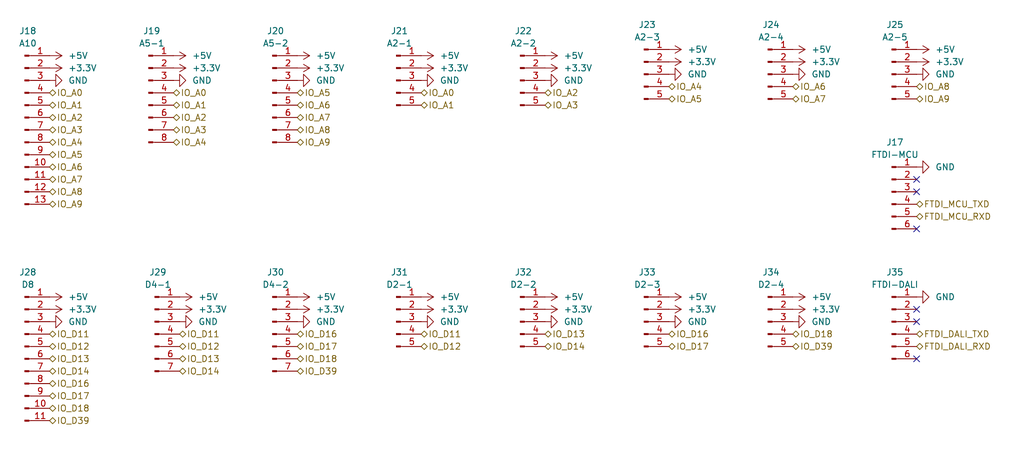
<source format=kicad_sch>
(kicad_sch (version 20250114) (generator "eeschema") (generator_version "9.0")
  (paper "User" 210 95)
  (lib_symbols
    (symbol "Connector:Conn_01x05_Pin" (pin_names (offset 1.016) (hide yes))
      (property "Reference" "J" (at 0 7.62 0))
      (property "Value" "Conn_01x05_Pin" (at 0 -7.62 0))
      (symbol "Conn_01x05_Pin_1_1"
        (rectangle (start 0.8636 5.207) (end 0 4.953) (stroke (width 0.1524)) (fill (type outline)))
        (rectangle (start 0.8636 2.667) (end 0 2.413) (stroke (width 0.1524)) (fill (type outline)))
        (rectangle (start 0.8636 0.127) (end 0 -0.127) (stroke (width 0.1524)) (fill (type outline)))
        (rectangle (start 0.8636 -2.413) (end 0 -2.667) (stroke (width 0.1524)) (fill (type outline)))
        (rectangle (start 0.8636 -4.953) (end 0 -5.207) (stroke (width 0.1524)) (fill (type outline)))
        (polyline (pts (xy 1.27 5.08) (xy 0.8636 5.08)) (stroke (width 0.1524)))
        (polyline (pts (xy 1.27 2.54) (xy 0.8636 2.54)) (stroke (width 0.1524)))
        (polyline (pts (xy 1.27 0) (xy 0.8636 0)) (stroke (width 0.1524)))
        (polyline (pts (xy 1.27 -2.54) (xy 0.8636 -2.54)) (stroke (width 0.1524)))
        (polyline (pts (xy 1.27 -5.08) (xy 0.8636 -5.08)) (stroke (width 0.1524)))
        (pin passive line (at 5.08 5.08 180) (length 3.81) (name "Pin_1") (number "1"))
        (pin passive line (at 5.08 2.54 180) (length 3.81) (name "Pin_2") (number "2"))
        (pin passive line (at 5.08 0 180) (length 3.81) (name "Pin_3") (number "3"))
        (pin passive line (at 5.08 -2.54 180) (length 3.81) (name "Pin_4") (number "4"))
        (pin passive line (at 5.08 -5.08 180) (length 3.81) (name "Pin_5") (number "5"))
      )
    )
    (symbol "Connector:Conn_01x06_Pin" (pin_names (offset 1.016) (hide yes))
      (property "Reference" "J" (at 0 7.62 0))
      (property "Value" "Conn_01x06_Pin" (at 0 -10.16 0))
      (symbol "Conn_01x06_Pin_1_1"
        (rectangle (start 0.8636 5.207) (end 0 4.953) (stroke (width 0.1524)) (fill (type outline)))
        (rectangle (start 0.8636 2.667) (end 0 2.413) (stroke (width 0.1524)) (fill (type outline)))
        (rectangle (start 0.8636 0.127) (end 0 -0.127) (stroke (width 0.1524)) (fill (type outline)))
        (rectangle (start 0.8636 -2.413) (end 0 -2.667) (stroke (width 0.1524)) (fill (type outline)))
        (rectangle (start 0.8636 -4.953) (end 0 -5.207) (stroke (width 0.1524)) (fill (type outline)))
        (rectangle (start 0.8636 -7.493) (end 0 -7.747) (stroke (width 0.1524)) (fill (type outline)))
        (polyline (pts (xy 1.27 5.08) (xy 0.8636 5.08)) (stroke (width 0.1524)))
        (polyline (pts (xy 1.27 2.54) (xy 0.8636 2.54)) (stroke (width 0.1524)))
        (polyline (pts (xy 1.27 0) (xy 0.8636 0)) (stroke (width 0.1524)))
        (polyline (pts (xy 1.27 -2.54) (xy 0.8636 -2.54)) (stroke (width 0.1524)))
        (polyline (pts (xy 1.27 -5.08) (xy 0.8636 -5.08)) (stroke (width 0.1524)))
        (polyline (pts (xy 1.27 -7.62) (xy 0.8636 -7.62)) (stroke (width 0.1524)))
        (pin passive line (at 5.08 5.08 180) (length 3.81) (name "Pin_1") (number "1"))
        (pin passive line (at 5.08 2.54 180) (length 3.81) (name "Pin_2") (number "2"))
        (pin passive line (at 5.08 0 180) (length 3.81) (name "Pin_3") (number "3"))
        (pin passive line (at 5.08 -2.54 180) (length 3.81) (name "Pin_4") (number "4"))
        (pin passive line (at 5.08 -5.08 180) (length 3.81) (name "Pin_5") (number "5"))
        (pin passive line (at 5.08 -7.62 180) (length 3.81) (name "Pin_6") (number "6"))
      )
    )
    (symbol "Connector:Conn_01x07_Pin" (pin_names (offset 1.016) (hide yes))
      (property "Reference" "J" (at 0 10.16 0))
      (property "Value" "Conn_01x07_Pin" (at 0 -10.16 0))
      (symbol "Conn_01x07_Pin_1_1"
        (rectangle (start 0.8636 7.747) (end 0 7.493) (stroke (width 0.1524)) (fill (type outline)))
        (rectangle (start 0.8636 5.207) (end 0 4.953) (stroke (width 0.1524)) (fill (type outline)))
        (rectangle (start 0.8636 2.667) (end 0 2.413) (stroke (width 0.1524)) (fill (type outline)))
        (rectangle (start 0.8636 0.127) (end 0 -0.127) (stroke (width 0.1524)) (fill (type outline)))
        (rectangle (start 0.8636 -2.413) (end 0 -2.667) (stroke (width 0.1524)) (fill (type outline)))
        (rectangle (start 0.8636 -4.953) (end 0 -5.207) (stroke (width 0.1524)) (fill (type outline)))
        (rectangle (start 0.8636 -7.493) (end 0 -7.747) (stroke (width 0.1524)) (fill (type outline)))
        (polyline (pts (xy 1.27 7.62) (xy 0.8636 7.62)) (stroke (width 0.1524)))
        (polyline (pts (xy 1.27 5.08) (xy 0.8636 5.08)) (stroke (width 0.1524)))
        (polyline (pts (xy 1.27 2.54) (xy 0.8636 2.54)) (stroke (width 0.1524)))
        (polyline (pts (xy 1.27 0) (xy 0.8636 0)) (stroke (width 0.1524)))
        (polyline (pts (xy 1.27 -2.54) (xy 0.8636 -2.54)) (stroke (width 0.1524)))
        (polyline (pts (xy 1.27 -5.08) (xy 0.8636 -5.08)) (stroke (width 0.1524)))
        (polyline (pts (xy 1.27 -7.62) (xy 0.8636 -7.62)) (stroke (width 0.1524)))
        (pin passive line (at 5.08 7.62 180) (length 3.81) (name "Pin_1") (number "1"))
        (pin passive line (at 5.08 5.08 180) (length 3.81) (name "Pin_2") (number "2"))
        (pin passive line (at 5.08 2.54 180) (length 3.81) (name "Pin_3") (number "3"))
        (pin passive line (at 5.08 0 180) (length 3.81) (name "Pin_4") (number "4"))
        (pin passive line (at 5.08 -2.54 180) (length 3.81) (name "Pin_5") (number "5"))
        (pin passive line (at 5.08 -5.08 180) (length 3.81) (name "Pin_6") (number "6"))
        (pin passive line (at 5.08 -7.62 180) (length 3.81) (name "Pin_7") (number "7"))
      )
    )
    (symbol "Connector:Conn_01x08_Pin" (pin_names (offset 1.016) (hide yes))
      (property "Reference" "J" (at 0 10.16 0))
      (property "Value" "Conn_01x08_Pin" (at 0 -12.7 0))
      (symbol "Conn_01x08_Pin_1_1"
        (rectangle (start 0.8636 7.747) (end 0 7.493) (stroke (width 0.1524)) (fill (type outline)))
        (rectangle (start 0.8636 5.207) (end 0 4.953) (stroke (width 0.1524)) (fill (type outline)))
        (rectangle (start 0.8636 2.667) (end 0 2.413) (stroke (width 0.1524)) (fill (type outline)))
        (rectangle (start 0.8636 0.127) (end 0 -0.127) (stroke (width 0.1524)) (fill (type outline)))
        (rectangle (start 0.8636 -2.413) (end 0 -2.667) (stroke (width 0.1524)) (fill (type outline)))
        (rectangle (start 0.8636 -4.953) (end 0 -5.207) (stroke (width 0.1524)) (fill (type outline)))
        (rectangle (start 0.8636 -7.493) (end 0 -7.747) (stroke (width 0.1524)) (fill (type outline)))
        (rectangle (start 0.8636 -10.033) (end 0 -10.287) (stroke (width 0.1524)) (fill (type outline)))
        (polyline (pts (xy 1.27 7.62) (xy 0.8636 7.62)) (stroke (width 0.1524)))
        (polyline (pts (xy 1.27 5.08) (xy 0.8636 5.08)) (stroke (width 0.1524)))
        (polyline (pts (xy 1.27 2.54) (xy 0.8636 2.54)) (stroke (width 0.1524)))
        (polyline (pts (xy 1.27 0) (xy 0.8636 0)) (stroke (width 0.1524)))
        (polyline (pts (xy 1.27 -2.54) (xy 0.8636 -2.54)) (stroke (width 0.1524)))
        (polyline (pts (xy 1.27 -5.08) (xy 0.8636 -5.08)) (stroke (width 0.1524)))
        (polyline (pts (xy 1.27 -7.62) (xy 0.8636 -7.62)) (stroke (width 0.1524)))
        (polyline (pts (xy 1.27 -10.16) (xy 0.8636 -10.16)) (stroke (width 0.1524)))
        (pin passive line (at 5.08 7.62 180) (length 3.81) (name "Pin_1") (number "1"))
        (pin passive line (at 5.08 5.08 180) (length 3.81) (name "Pin_2") (number "2"))
        (pin passive line (at 5.08 2.54 180) (length 3.81) (name "Pin_3") (number "3"))
        (pin passive line (at 5.08 0 180) (length 3.81) (name "Pin_4") (number "4"))
        (pin passive line (at 5.08 -2.54 180) (length 3.81) (name "Pin_5") (number "5"))
        (pin passive line (at 5.08 -5.08 180) (length 3.81) (name "Pin_6") (number "6"))
        (pin passive line (at 5.08 -7.62 180) (length 3.81) (name "Pin_7") (number "7"))
        (pin passive line (at 5.08 -10.16 180) (length 3.81) (name "Pin_8") (number "8"))
      )
    )
    (symbol "Connector:Conn_01x11_Pin" (pin_names (offset 1.016) (hide yes))
      (property "Reference" "J" (at 0 15.24 0))
      (property "Value" "Conn_01x11_Pin" (at 0 -15.24 0))
      (symbol "Conn_01x11_Pin_1_1"
        (rectangle (start 0.8636 12.827) (end 0 12.573) (stroke (width 0.1524)) (fill (type outline)))
        (rectangle (start 0.8636 10.287) (end 0 10.033) (stroke (width 0.1524)) (fill (type outline)))
        (rectangle (start 0.8636 7.747) (end 0 7.493) (stroke (width 0.1524)) (fill (type outline)))
        (rectangle (start 0.8636 5.207) (end 0 4.953) (stroke (width 0.1524)) (fill (type outline)))
        (rectangle (start 0.8636 2.667) (end 0 2.413) (stroke (width 0.1524)) (fill (type outline)))
        (rectangle (start 0.8636 0.127) (end 0 -0.127) (stroke (width 0.1524)) (fill (type outline)))
        (rectangle (start 0.8636 -2.413) (end 0 -2.667) (stroke (width 0.1524)) (fill (type outline)))
        (rectangle (start 0.8636 -4.953) (end 0 -5.207) (stroke (width 0.1524)) (fill (type outline)))
        (rectangle (start 0.8636 -7.493) (end 0 -7.747) (stroke (width 0.1524)) (fill (type outline)))
        (rectangle (start 0.8636 -10.033) (end 0 -10.287) (stroke (width 0.1524)) (fill (type outline)))
        (rectangle (start 0.8636 -12.573) (end 0 -12.827) (stroke (width 0.1524)) (fill (type outline)))
        (polyline (pts (xy 1.27 12.7) (xy 0.8636 12.7)) (stroke (width 0.1524)))
        (polyline (pts (xy 1.27 10.16) (xy 0.8636 10.16)) (stroke (width 0.1524)))
        (polyline (pts (xy 1.27 7.62) (xy 0.8636 7.62)) (stroke (width 0.1524)))
        (polyline (pts (xy 1.27 5.08) (xy 0.8636 5.08)) (stroke (width 0.1524)))
        (polyline (pts (xy 1.27 2.54) (xy 0.8636 2.54)) (stroke (width 0.1524)))
        (polyline (pts (xy 1.27 0) (xy 0.8636 0)) (stroke (width 0.1524)))
        (polyline (pts (xy 1.27 -2.54) (xy 0.8636 -2.54)) (stroke (width 0.1524)))
        (polyline (pts (xy 1.27 -5.08) (xy 0.8636 -5.08)) (stroke (width 0.1524)))
        (polyline (pts (xy 1.27 -7.62) (xy 0.8636 -7.62)) (stroke (width 0.1524)))
        (polyline (pts (xy 1.27 -10.16) (xy 0.8636 -10.16)) (stroke (width 0.1524)))
        (polyline (pts (xy 1.27 -12.7) (xy 0.8636 -12.7)) (stroke (width 0.1524)))
        (pin passive line (at 5.08 12.7 180) (length 3.81) (name "Pin_1") (number "1"))
        (pin passive line (at 5.08 10.16 180) (length 3.81) (name "Pin_2") (number "2"))
        (pin passive line (at 5.08 7.62 180) (length 3.81) (name "Pin_3") (number "3"))
        (pin passive line (at 5.08 5.08 180) (length 3.81) (name "Pin_4") (number "4"))
        (pin passive line (at 5.08 2.54 180) (length 3.81) (name "Pin_5") (number "5"))
        (pin passive line (at 5.08 0 180) (length 3.81) (name "Pin_6") (number "6"))
        (pin passive line (at 5.08 -2.54 180) (length 3.81) (name "Pin_7") (number "7"))
        (pin passive line (at 5.08 -5.08 180) (length 3.81) (name "Pin_8") (number "8"))
        (pin passive line (at 5.08 -7.62 180) (length 3.81) (name "Pin_9") (number "9"))
        (pin passive line (at 5.08 -10.16 180) (length 3.81) (name "Pin_10") (number "10"))
        (pin passive line (at 5.08 -12.7 180) (length 3.81) (name "Pin_11") (number "11"))
      )
    )
    (symbol "Connector:Conn_01x13_Pin" (pin_names (offset 1.016) (hide yes))
      (property "Reference" "J" (at 0 17.78 0))
      (property "Value" "Conn_01x13_Pin" (at 0 -17.78 0))
      (symbol "Conn_01x13_Pin_1_1"
        (rectangle (start 0.8636 15.367) (end 0 15.113) (stroke (width 0.1524)) (fill (type outline)))
        (rectangle (start 0.8636 12.827) (end 0 12.573) (stroke (width 0.1524)) (fill (type outline)))
        (rectangle (start 0.8636 10.287) (end 0 10.033) (stroke (width 0.1524)) (fill (type outline)))
        (rectangle (start 0.8636 7.747) (end 0 7.493) (stroke (width 0.1524)) (fill (type outline)))
        (rectangle (start 0.8636 5.207) (end 0 4.953) (stroke (width 0.1524)) (fill (type outline)))
        (rectangle (start 0.8636 2.667) (end 0 2.413) (stroke (width 0.1524)) (fill (type outline)))
        (rectangle (start 0.8636 0.127) (end 0 -0.127) (stroke (width 0.1524)) (fill (type outline)))
        (rectangle (start 0.8636 -2.413) (end 0 -2.667) (stroke (width 0.1524)) (fill (type outline)))
        (rectangle (start 0.8636 -4.953) (end 0 -5.207) (stroke (width 0.1524)) (fill (type outline)))
        (rectangle (start 0.8636 -7.493) (end 0 -7.747) (stroke (width 0.1524)) (fill (type outline)))
        (rectangle (start 0.8636 -10.033) (end 0 -10.287) (stroke (width 0.1524)) (fill (type outline)))
        (rectangle (start 0.8636 -12.573) (end 0 -12.827) (stroke (width 0.1524)) (fill (type outline)))
        (rectangle (start 0.8636 -15.113) (end 0 -15.367) (stroke (width 0.1524)) (fill (type outline)))
        (polyline (pts (xy 1.27 15.24) (xy 0.8636 15.24)) (stroke (width 0.1524)))
        (polyline (pts (xy 1.27 12.7) (xy 0.8636 12.7)) (stroke (width 0.1524)))
        (polyline (pts (xy 1.27 10.16) (xy 0.8636 10.16)) (stroke (width 0.1524)))
        (polyline (pts (xy 1.27 7.62) (xy 0.8636 7.62)) (stroke (width 0.1524)))
        (polyline (pts (xy 1.27 5.08) (xy 0.8636 5.08)) (stroke (width 0.1524)))
        (polyline (pts (xy 1.27 2.54) (xy 0.8636 2.54)) (stroke (width 0.1524)))
        (polyline (pts (xy 1.27 0) (xy 0.8636 0)) (stroke (width 0.1524)))
        (polyline (pts (xy 1.27 -2.54) (xy 0.8636 -2.54)) (stroke (width 0.1524)))
        (polyline (pts (xy 1.27 -5.08) (xy 0.8636 -5.08)) (stroke (width 0.1524)))
        (polyline (pts (xy 1.27 -7.62) (xy 0.8636 -7.62)) (stroke (width 0.1524)))
        (polyline (pts (xy 1.27 -10.16) (xy 0.8636 -10.16)) (stroke (width 0.1524)))
        (polyline (pts (xy 1.27 -12.7) (xy 0.8636 -12.7)) (stroke (width 0.1524)))
        (polyline (pts (xy 1.27 -15.24) (xy 0.8636 -15.24)) (stroke (width 0.1524)))
        (pin passive line (at 5.08 15.24 180) (length 3.81) (name "Pin_1") (number "1"))
        (pin passive line (at 5.08 12.7 180) (length 3.81) (name "Pin_2") (number "2"))
        (pin passive line (at 5.08 10.16 180) (length 3.81) (name "Pin_3") (number "3"))
        (pin passive line (at 5.08 7.62 180) (length 3.81) (name "Pin_4") (number "4"))
        (pin passive line (at 5.08 5.08 180) (length 3.81) (name "Pin_5") (number "5"))
        (pin passive line (at 5.08 2.54 180) (length 3.81) (name "Pin_6") (number "6"))
        (pin passive line (at 5.08 0 180) (length 3.81) (name "Pin_7") (number "7"))
        (pin passive line (at 5.08 -2.54 180) (length 3.81) (name "Pin_8") (number "8"))
        (pin passive line (at 5.08 -5.08 180) (length 3.81) (name "Pin_9") (number "9"))
        (pin passive line (at 5.08 -7.62 180) (length 3.81) (name "Pin_10") (number "10"))
        (pin passive line (at 5.08 -10.16 180) (length 3.81) (name "Pin_11") (number "11"))
        (pin passive line (at 5.08 -12.7 180) (length 3.81) (name "Pin_12") (number "12"))
        (pin passive line (at 5.08 -15.24 180) (length 3.81) (name "Pin_13") (number "13"))
      )
    )
    (symbol "power:+3.3V" (power) (pin_numbers (hide yes)) (pin_names (offset 0) (hide yes))
      (property "Value" "+3.3V" (at 0 3.556 0))
      (symbol "+3.3V_0_1"
        (polyline (pts (xy -0.762 1.27) (xy 0 2.54)))
        (polyline (pts (xy 0 2.54) (xy 0.762 1.27)))
        (polyline (pts (xy 0 0) (xy 0 2.54)))
      )
      (symbol "+3.3V_1_1"
        (pin power_in line (at 0 0 90) (length 0) (name "~") (number "1"))
      )
    )
    (symbol "power:+5V" (power) (pin_numbers (hide yes)) (pin_names (offset 0) (hide yes))
      (property "Value" "+5V" (at 0 3.556 0))
      (symbol "+5V_0_1"
        (polyline (pts (xy -0.762 1.27) (xy 0 2.54)))
        (polyline (pts (xy 0 2.54) (xy 0.762 1.27)))
        (polyline (pts (xy 0 0) (xy 0 2.54)))
      )
      (symbol "+5V_1_1"
        (pin power_in line (at 0 0 90) (length 0) (name "~") (number "1"))
      )
    )
    (symbol "power:GND" (power) (pin_numbers (hide yes)) (pin_names (offset 0) (hide yes))
      (property "Value" "GND" (at 0 -3.81 0))
      (symbol "GND_0_1"
        (polyline (pts (xy 0 0) (xy 0 -1.27) (xy 1.27 -1.27) (xy 0 -2.54) (xy -1.27 -1.27) (xy 0 -1.27)))
      )
      (symbol "GND_1_1"
        (pin power_in line (at 0 0 270) (length 0) (name "~") (number "1"))
      )
    )
  )
  (no_connect (at 187.96 73.66))
  (no_connect (at 187.96 39.37))
  (no_connect (at 187.96 36.83))
  (no_connect (at 187.96 63.5))
  (no_connect (at 187.96 46.99))
  (no_connect (at 187.96 66.04))
  (hierarchical_label "FTDI_DALI_TXD" (shape bidirectional) (at 187.96 68.58 0))
  (hierarchical_label "IO_A9" (shape bidirectional) (at 187.96 20.32 0))
  (hierarchical_label "IO_D13" (shape bidirectional) (at 111.76 68.58 0))
  (hierarchical_label "IO_A5" (shape bidirectional) (at 10.16 31.75 0))
  (hierarchical_label "IO_A6" (shape bidirectional) (at 162.56 17.78 0))
  (hierarchical_label "IO_A3" (shape bidirectional) (at 111.76 21.59 0))
  (hierarchical_label "IO_D17" (shape bidirectional) (at 10.16 81.28 0))
  (hierarchical_label "IO_A4" (shape bidirectional) (at 137.16 17.78 0))
  (hierarchical_label "IO_D18" (shape bidirectional) (at 10.16 83.82 0))
  (hierarchical_label "IO_D14" (shape bidirectional) (at 111.76 71.12 0))
  (hierarchical_label "IO_A0" (shape bidirectional) (at 35.56 19.05 0))
  (hierarchical_label "IO_D12" (shape bidirectional) (at 36.83 71.12 0))
  (hierarchical_label "FTDI_MCU_RXD" (shape bidirectional) (at 187.96 44.45 0))
  (hierarchical_label "IO_A8" (shape bidirectional) (at 10.16 39.37 0))
  (hierarchical_label "IO_D39" (shape bidirectional) (at 60.96 76.2 0))
  (hierarchical_label "IO_A7" (shape bidirectional) (at 10.16 36.83 0))
  (hierarchical_label "IO_A3" (shape bidirectional) (at 10.16 26.67 0))
  (hierarchical_label "IO_D16" (shape bidirectional) (at 10.16 78.74 0))
  (hierarchical_label "IO_D14" (shape bidirectional) (at 36.83 76.2 0))
  (hierarchical_label "IO_D39" (shape bidirectional) (at 10.16 86.36 0))
  (hierarchical_label "FTDI_DALI_RXD" (shape bidirectional) (at 187.96 71.12 0))
  (hierarchical_label "IO_A1" (shape bidirectional) (at 35.56 21.59 0))
  (hierarchical_label "IO_D11" (shape bidirectional) (at 86.36 68.58 0))
  (hierarchical_label "IO_A5" (shape bidirectional) (at 60.96 19.05 0))
  (hierarchical_label "IO_D17" (shape bidirectional) (at 137.16 71.12 0))
  (hierarchical_label "FTDI_MCU_TXD" (shape bidirectional) (at 187.96 41.91 0))
  (hierarchical_label "IO_D13" (shape bidirectional) (at 10.16 73.66 0))
  (hierarchical_label "IO_D17" (shape bidirectional) (at 60.96 71.12 0))
  (hierarchical_label "IO_D39" (shape bidirectional) (at 162.56 71.12 0))
  (hierarchical_label "IO_D12" (shape bidirectional) (at 86.36 71.12 0))
  (hierarchical_label "IO_D12" (shape bidirectional) (at 10.16 71.12 0))
  (hierarchical_label "IO_A8" (shape bidirectional) (at 187.96 17.78 0))
  (hierarchical_label "IO_A2" (shape bidirectional) (at 35.56 24.13 0))
  (hierarchical_label "IO_A5" (shape bidirectional) (at 137.16 20.32 0))
  (hierarchical_label "IO_D11" (shape bidirectional) (at 10.16 68.58 0))
  (hierarchical_label "IO_D16" (shape bidirectional) (at 137.16 68.58 0))
  (hierarchical_label "IO_A2" (shape bidirectional) (at 10.16 24.13 0))
  (hierarchical_label "IO_D11" (shape bidirectional) (at 36.83 68.58 0))
  (hierarchical_label "IO_A4" (shape bidirectional) (at 10.16 29.21 0))
  (hierarchical_label "IO_A2" (shape bidirectional) (at 111.76 19.05 0))
  (hierarchical_label "IO_A4" (shape bidirectional) (at 35.56 29.21 0))
  (hierarchical_label "IO_D18" (shape bidirectional) (at 162.56 68.58 0))
  (hierarchical_label "IO_A3" (shape bidirectional) (at 35.56 26.67 0))
  (hierarchical_label "IO_A6" (shape bidirectional) (at 10.16 34.29 0))
  (hierarchical_label "IO_D13" (shape bidirectional) (at 36.83 73.66 0))
  (hierarchical_label "IO_D18" (shape bidirectional) (at 60.96 73.66 0))
  (hierarchical_label "IO_A6" (shape bidirectional) (at 60.96 21.59 0))
  (hierarchical_label "IO_A9" (shape bidirectional) (at 10.16 41.91 0))
  (hierarchical_label "IO_D16" (shape bidirectional) (at 60.96 68.58 0))
  (hierarchical_label "IO_A9" (shape bidirectional) (at 60.96 29.21 0))
  (hierarchical_label "IO_A7" (shape bidirectional) (at 162.56 20.32 0))
  (hierarchical_label "IO_A0" (shape bidirectional) (at 10.16 19.05 0))
  (hierarchical_label "IO_A7" (shape bidirectional) (at 60.96 24.13 0))
  (hierarchical_label "IO_A8" (shape bidirectional) (at 60.96 26.67 0))
  (hierarchical_label "IO_A1" (shape bidirectional) (at 86.36 21.59 0))
  (hierarchical_label "IO_A0" (shape bidirectional) (at 86.36 19.05 0))
  (hierarchical_label "IO_D14" (shape bidirectional) (at 10.16 76.2 0))
  (hierarchical_label "IO_A1" (shape bidirectional) (at 10.16 21.59 0))
  (symbol (lib_id "power:GND") (at 36.83 66.04 90) (unit 1)
    (property "Reference" "#PWR067" (effects (hide yes)))
    (property "Value" "GND" (at 40.64 66.0399 90) (effects (justify right)))
    (property "Description" "Power symbol creates a global label with name \"GND\" , ground" (effects (hide yes)))
  )
  (symbol (lib_id "power:GND") (at 137.16 66.04 90) (unit 1)
    (property "Reference" "#PWR079" (effects (hide yes)))
    (property "Value" "GND" (at 140.97 66.0399 90) (effects (justify right)))
    (property "Description" "Power symbol creates a global label with name \"GND\" , ground" (effects (hide yes)))
  )
  (symbol (lib_id "power:GND") (at 187.96 60.96 90) (unit 1)
    (property "Reference" "#PWR083" (effects (hide yes)))
    (property "Value" "GND" (at 191.77 60.9599 90) (effects (justify right)))
    (property "Description" "Power symbol creates a global label with name \"GND\" , ground" (effects (hide yes)))
  )
  (symbol (lib_id "power:+5V") (at 86.36 60.96 270) (unit 1)
    (property "Reference" "#PWR071" (effects (hide yes)))
    (property "Value" "+5V" (at 90.17 60.9599 90) (effects (justify left)))
    (property "Description" "Power symbol creates a global label with name \"+5V\"" (effects (hide yes)))
  )
  (symbol (lib_id "power:GND") (at 86.36 16.51 90) (unit 1)
    (property "Reference" "#PWR049" (effects (hide yes)))
    (property "Value" "GND" (at 90.17 16.5099 90) (effects (justify right)))
    (property "Description" "Power symbol creates a global label with name \"GND\" , ground" (effects (hide yes)))
  )
  (symbol (lib_id "power:GND") (at 187.96 34.29 90) (unit 1)
    (property "Reference" "#PWR037" (effects (hide yes)))
    (property "Value" "GND" (at 191.77 34.2899 90) (effects (justify right)))
    (property "Description" "Power symbol creates a global label with name \"GND\" , ground" (effects (hide yes)))
  )
  (symbol (lib_id "power:+3.3V") (at 162.56 63.5 270) (unit 1)
    (property "Reference" "#PWR081" (effects (hide yes)))
    (property "Value" "+3.3V" (at 166.37 63.4999 90) (effects (justify left)))
    (property "Description" "Power symbol creates a global label with name \"+3.3V\"" (effects (hide yes)))
  )
  (symbol (lib_id "Connector:Conn_01x05_Pin") (at 157.48 15.24 0) (unit 1)
    (property "Reference" "J24" (at 158.115 5.08 0))
    (property "Value" "A2-4" (at 158.115 7.62 0))
    (property "Description" "Generic connector, single row, 01x05, script generated" (effects (hide yes)))
  )
  (symbol (lib_id "power:+3.3V") (at 111.76 63.5 270) (unit 1)
    (property "Reference" "#PWR075" (effects (hide yes)))
    (property "Value" "+3.3V" (at 115.57 63.4999 90) (effects (justify left)))
    (property "Description" "Power symbol creates a global label with name \"+3.3V\"" (effects (hide yes)))
  )
  (symbol (lib_id "power:+3.3V") (at 60.96 63.5 270) (unit 1)
    (property "Reference" "#PWR069" (effects (hide yes)))
    (property "Value" "+3.3V" (at 64.77 63.4999 90) (effects (justify left)))
    (property "Description" "Power symbol creates a global label with name \"+3.3V\"" (effects (hide yes)))
  )
  (symbol (lib_id "power:+3.3V") (at 111.76 13.97 270) (unit 1)
    (property "Reference" "#PWR051" (effects (hide yes)))
    (property "Value" "+3.3V" (at 115.57 13.9699 90) (effects (justify left)))
    (property "Description" "Power symbol creates a global label with name \"+3.3V\"" (effects (hide yes)))
  )
  (symbol (lib_id "power:+5V") (at 10.16 11.43 270) (unit 1)
    (property "Reference" "#PWR039" (effects (hide yes)))
    (property "Value" "+5V" (at 13.97 11.4299 90) (effects (justify left)))
    (property "Description" "Power symbol creates a global label with name \"+5V\"" (effects (hide yes)))
  )
  (symbol (lib_id "power:+3.3V") (at 137.16 12.7 270) (unit 1)
    (property "Reference" "#PWR054" (effects (hide yes)))
    (property "Value" "+3.3V" (at 140.97 12.6999 90) (effects (justify left)))
    (property "Description" "Power symbol creates a global label with name \"+3.3V\"" (effects (hide yes)))
  )
  (symbol (lib_id "power:+3.3V") (at 162.56 12.7 270) (unit 1)
    (property "Reference" "#PWR057" (effects (hide yes)))
    (property "Value" "+3.3V" (at 166.37 12.6999 90) (effects (justify left)))
    (property "Description" "Power symbol creates a global label with name \"+3.3V\"" (effects (hide yes)))
  )
  (symbol (lib_id "Connector:Conn_01x05_Pin") (at 81.28 66.04 0) (unit 1)
    (property "Reference" "J31" (at 81.915 55.88 0))
    (property "Value" "D2-1" (at 81.915 58.42 0))
    (property "Description" "Generic connector, single row, 01x05, script generated" (effects (hide yes)))
  )
  (symbol (lib_id "Connector:Conn_01x05_Pin") (at 106.68 66.04 0) (unit 1)
    (property "Reference" "J32" (at 107.315 55.88 0))
    (property "Value" "D2-2" (at 107.315 58.42 0))
    (property "Description" "Generic connector, single row, 01x05, script generated" (effects (hide yes)))
  )
  (symbol (lib_id "Connector:Conn_01x05_Pin") (at 81.28 16.51 0) (unit 1)
    (property "Reference" "J21" (at 81.915 6.35 0))
    (property "Value" "A2-1" (at 81.915 8.89 0))
    (property "Description" "Generic connector, single row, 01x05, script generated" (effects (hide yes)))
  )
  (symbol (lib_id "power:+5V") (at 137.16 10.16 270) (unit 1)
    (property "Reference" "#PWR053" (effects (hide yes)))
    (property "Value" "+5V" (at 140.97 10.1599 90) (effects (justify left)))
    (property "Description" "Power symbol creates a global label with name \"+5V\"" (effects (hide yes)))
  )
  (symbol (lib_id "power:+5V") (at 187.96 10.16 270) (unit 1)
    (property "Reference" "#PWR059" (effects (hide yes)))
    (property "Value" "+5V" (at 191.77 10.1599 90) (effects (justify left)))
    (property "Description" "Power symbol creates a global label with name \"+5V\"" (effects (hide yes)))
  )
  (symbol (lib_id "power:+5V") (at 86.36 11.43 270) (unit 1)
    (property "Reference" "#PWR047" (effects (hide yes)))
    (property "Value" "+5V" (at 90.17 11.4299 90) (effects (justify left)))
    (property "Description" "Power symbol creates a global label with name \"+5V\"" (effects (hide yes)))
  )
  (symbol (lib_id "Connector:Conn_01x05_Pin") (at 106.68 16.51 0) (unit 1)
    (property "Reference" "J22" (at 107.315 6.35 0))
    (property "Value" "A2-2" (at 107.315 8.89 0))
    (property "Description" "Generic connector, single row, 01x05, script generated" (effects (hide yes)))
  )
  (symbol (lib_id "Connector:Conn_01x13_Pin") (at 5.08 26.67 0) (unit 1)
    (property "Reference" "J18" (at 5.715 6.35 0))
    (property "Value" "A10" (at 5.715 8.89 0))
    (property "Description" "Generic connector, single row, 01x13, script generated" (effects (hide yes)))
  )
  (symbol (lib_id "power:+3.3V") (at 86.36 13.97 270) (unit 1)
    (property "Reference" "#PWR048" (effects (hide yes)))
    (property "Value" "+3.3V" (at 90.17 13.9699 90) (effects (justify left)))
    (property "Description" "Power symbol creates a global label with name \"+3.3V\"" (effects (hide yes)))
  )
  (symbol (lib_id "power:GND") (at 35.56 16.51 90) (unit 1)
    (property "Reference" "#PWR043" (effects (hide yes)))
    (property "Value" "GND" (at 39.37 16.5099 90) (effects (justify right)))
    (property "Description" "Power symbol creates a global label with name \"GND\" , ground" (effects (hide yes)))
  )
  (symbol (lib_id "power:+5V") (at 111.76 11.43 270) (unit 1)
    (property "Reference" "#PWR050" (effects (hide yes)))
    (property "Value" "+5V" (at 115.57 11.4299 90) (effects (justify left)))
    (property "Description" "Power symbol creates a global label with name \"+5V\"" (effects (hide yes)))
  )
  (symbol (lib_id "power:+3.3V") (at 10.16 63.5 270) (unit 1)
    (property "Reference" "#PWR063" (effects (hide yes)))
    (property "Value" "+3.3V" (at 13.97 63.4999 90) (effects (justify left)))
    (property "Description" "Power symbol creates a global label with name \"+3.3V\"" (effects (hide yes)))
  )
  (symbol (lib_id "Connector:Conn_01x05_Pin") (at 182.88 15.24 0) (unit 1)
    (property "Reference" "J25" (at 183.515 5.08 0))
    (property "Value" "A2-5" (at 183.515 7.62 0))
    (property "Description" "Generic connector, single row, 01x05, script generated" (effects (hide yes)))
  )
  (symbol (lib_id "power:+5V") (at 60.96 11.43 270) (unit 1)
    (property "Reference" "#PWR044" (effects (hide yes)))
    (property "Value" "+5V" (at 64.77 11.4299 90) (effects (justify left)))
    (property "Description" "Power symbol creates a global label with name \"+5V\"" (effects (hide yes)))
  )
  (symbol (lib_id "power:+5V") (at 60.96 60.96 270) (unit 1)
    (property "Reference" "#PWR068" (effects (hide yes)))
    (property "Value" "+5V" (at 64.77 60.9599 90) (effects (justify left)))
    (property "Description" "Power symbol creates a global label with name \"+5V\"" (effects (hide yes)))
  )
  (symbol (lib_id "power:+3.3V") (at 36.83 63.5 270) (unit 1)
    (property "Reference" "#PWR066" (effects (hide yes)))
    (property "Value" "+3.3V" (at 40.64 63.4999 90) (effects (justify left)))
    (property "Description" "Power symbol creates a global label with name \"+3.3V\"" (effects (hide yes)))
  )
  (symbol (lib_id "power:+5V") (at 10.16 60.96 270) (unit 1)
    (property "Reference" "#PWR062" (effects (hide yes)))
    (property "Value" "+5V" (at 13.97 60.9599 90) (effects (justify left)))
    (property "Description" "Power symbol creates a global label with name \"+5V\"" (effects (hide yes)))
  )
  (symbol (lib_id "Connector:Conn_01x07_Pin") (at 55.88 68.58 0) (unit 1)
    (property "Reference" "J30" (at 56.515 55.88 0))
    (property "Value" "D4-2" (at 56.515 58.42 0))
    (property "Description" "Generic connector, single row, 01x07, script generated" (effects (hide yes)))
  )
  (symbol (lib_id "power:+5V") (at 137.16 60.96 270) (unit 1)
    (property "Reference" "#PWR077" (effects (hide yes)))
    (property "Value" "+5V" (at 140.97 60.9599 90) (effects (justify left)))
    (property "Description" "Power symbol creates a global label with name \"+5V\"" (effects (hide yes)))
  )
  (symbol (lib_id "power:GND") (at 111.76 66.04 90) (unit 1)
    (property "Reference" "#PWR076" (effects (hide yes)))
    (property "Value" "GND" (at 115.57 66.0399 90) (effects (justify right)))
    (property "Description" "Power symbol creates a global label with name \"GND\" , ground" (effects (hide yes)))
  )
  (symbol (lib_id "power:GND") (at 111.76 16.51 90) (unit 1)
    (property "Reference" "#PWR052" (effects (hide yes)))
    (property "Value" "GND" (at 115.57 16.5099 90) (effects (justify right)))
    (property "Description" "Power symbol creates a global label with name \"GND\" , ground" (effects (hide yes)))
  )
  (symbol (lib_id "power:+3.3V") (at 187.96 12.7 270) (unit 1)
    (property "Reference" "#PWR060" (effects (hide yes)))
    (property "Value" "+3.3V" (at 191.77 12.6999 90) (effects (justify left)))
    (property "Description" "Power symbol creates a global label with name \"+3.3V\"" (effects (hide yes)))
  )
  (symbol (lib_id "Connector:Conn_01x08_Pin") (at 55.88 19.05 0) (unit 1)
    (property "Reference" "J20" (at 56.515 6.35 0))
    (property "Value" "A5-2" (at 56.515 8.89 0))
    (property "Description" "Generic connector, single row, 01x08, script generated" (effects (hide yes)))
  )
  (symbol (lib_id "power:+5V") (at 162.56 10.16 270) (unit 1)
    (property "Reference" "#PWR056" (effects (hide yes)))
    (property "Value" "+5V" (at 166.37 10.1599 90) (effects (justify left)))
    (property "Description" "Power symbol creates a global label with name \"+5V\"" (effects (hide yes)))
  )
  (symbol (lib_id "Connector:Conn_01x05_Pin") (at 132.08 66.04 0) (unit 1)
    (property "Reference" "J33" (at 132.715 55.88 0))
    (property "Value" "D2-3" (at 132.715 58.42 0))
    (property "Description" "Generic connector, single row, 01x05, script generated" (effects (hide yes)))
  )
  (symbol (lib_id "power:GND") (at 162.56 15.24 90) (unit 1)
    (property "Reference" "#PWR058" (effects (hide yes)))
    (property "Value" "GND" (at 166.37 15.2399 90) (effects (justify right)))
    (property "Description" "Power symbol creates a global label with name \"GND\" , ground" (effects (hide yes)))
  )
  (symbol (lib_id "power:+5V") (at 36.83 60.96 270) (unit 1)
    (property "Reference" "#PWR065" (effects (hide yes)))
    (property "Value" "+5V" (at 40.64 60.9599 90) (effects (justify left)))
    (property "Description" "Power symbol creates a global label with name \"+5V\"" (effects (hide yes)))
  )
  (symbol (lib_id "Connector:Conn_01x06_Pin") (at 182.88 39.37 0) (unit 1)
    (property "Reference" "J17" (at 183.515 29.21 0))
    (property "Value" "FTDI-MCU" (at 183.515 31.75 0))
    (property "Description" "Generic connector, single row, 01x06, script generated" (effects (hide yes)))
  )
  (symbol (lib_id "power:+3.3V") (at 10.16 13.97 270) (unit 1)
    (property "Reference" "#PWR040" (effects (hide yes)))
    (property "Value" "+3.3V" (at 13.97 13.9699 90) (effects (justify left)))
    (property "Description" "Power symbol creates a global label with name \"+3.3V\"" (effects (hide yes)))
  )
  (symbol (lib_id "power:+3.3V") (at 86.36 63.5 270) (unit 1)
    (property "Reference" "#PWR072" (effects (hide yes)))
    (property "Value" "+3.3V" (at 90.17 63.4999 90) (effects (justify left)))
    (property "Description" "Power symbol creates a global label with name \"+3.3V\"" (effects (hide yes)))
  )
  (symbol (lib_id "power:GND") (at 187.96 15.24 90) (unit 1)
    (property "Reference" "#PWR061" (effects (hide yes)))
    (property "Value" "GND" (at 191.77 15.2399 90) (effects (justify right)))
    (property "Description" "Power symbol creates a global label with name \"GND\" , ground" (effects (hide yes)))
  )
  (symbol (lib_id "Connector:Conn_01x11_Pin") (at 5.08 73.66 0) (unit 1)
    (property "Reference" "J28" (at 5.715 55.88 0))
    (property "Value" "D8" (at 5.715 58.42 0))
    (property "Description" "Generic connector, single row, 01x11, script generated" (effects (hide yes)))
  )
  (symbol (lib_id "power:GND") (at 60.96 66.04 90) (unit 1)
    (property "Reference" "#PWR070" (effects (hide yes)))
    (property "Value" "GND" (at 64.77 66.0399 90) (effects (justify right)))
    (property "Description" "Power symbol creates a global label with name \"GND\" , ground" (effects (hide yes)))
  )
  (symbol (lib_id "Connector:Conn_01x08_Pin") (at 30.48 19.05 0) (unit 1)
    (property "Reference" "J19" (at 31.115 6.35 0))
    (property "Value" "A5-1" (at 31.115 8.89 0))
    (property "Description" "Generic connector, single row, 01x08, script generated" (effects (hide yes)))
  )
  (symbol (lib_id "power:+3.3V") (at 137.16 63.5 270) (unit 1)
    (property "Reference" "#PWR078" (effects (hide yes)))
    (property "Value" "+3.3V" (at 140.97 63.4999 90) (effects (justify left)))
    (property "Description" "Power symbol creates a global label with name \"+3.3V\"" (effects (hide yes)))
  )
  (symbol (lib_id "power:GND") (at 60.96 16.51 90) (unit 1)
    (property "Reference" "#PWR046" (effects (hide yes)))
    (property "Value" "GND" (at 64.77 16.5099 90) (effects (justify right)))
    (property "Description" "Power symbol creates a global label with name \"GND\" , ground" (effects (hide yes)))
  )
  (symbol (lib_id "Connector:Conn_01x07_Pin") (at 31.75 68.58 0) (unit 1)
    (property "Reference" "J29" (at 32.385 55.88 0))
    (property "Value" "D4-1" (at 32.385 58.42 0))
    (property "Description" "Generic connector, single row, 01x07, script generated" (effects (hide yes)))
  )
  (symbol (lib_id "power:+5V") (at 111.76 60.96 270) (unit 1)
    (property "Reference" "#PWR074" (effects (hide yes)))
    (property "Value" "+5V" (at 115.57 60.9599 90) (effects (justify left)))
    (property "Description" "Power symbol creates a global label with name \"+5V\"" (effects (hide yes)))
  )
  (symbol (lib_id "power:GND") (at 10.16 16.51 90) (unit 1)
    (property "Reference" "#PWR038" (effects (hide yes)))
    (property "Value" "GND" (at 13.97 16.5099 90) (effects (justify right)))
    (property "Description" "Power symbol creates a global label with name \"GND\" , ground" (effects (hide yes)))
  )
  (symbol (lib_id "Connector:Conn_01x05_Pin") (at 157.48 66.04 0) (unit 1)
    (property "Reference" "J34" (at 158.115 55.88 0))
    (property "Value" "D2-4" (at 158.115 58.42 0))
    (property "Description" "Generic connector, single row, 01x05, script generated" (effects (hide yes)))
  )
  (symbol (lib_id "power:+5V") (at 162.56 60.96 270) (unit 1)
    (property "Reference" "#PWR080" (effects (hide yes)))
    (property "Value" "+5V" (at 166.37 60.9599 90) (effects (justify left)))
    (property "Description" "Power symbol creates a global label with name \"+5V\"" (effects (hide yes)))
  )
  (symbol (lib_id "power:+3.3V") (at 35.56 13.97 270) (unit 1)
    (property "Reference" "#PWR042" (effects (hide yes)))
    (property "Value" "+3.3V" (at 39.37 13.9699 90) (effects (justify left)))
    (property "Description" "Power symbol creates a global label with name \"+3.3V\"" (effects (hide yes)))
  )
  (symbol (lib_id "Connector:Conn_01x05_Pin") (at 132.08 15.24 0) (unit 1)
    (property "Reference" "J23" (at 132.715 5.08 0))
    (property "Value" "A2-3" (at 132.715 7.62 0))
    (property "Description" "Generic connector, single row, 01x05, script generated" (effects (hide yes)))
  )
  (symbol (lib_id "Connector:Conn_01x06_Pin") (at 182.88 66.04 0) (unit 1)
    (property "Reference" "J35" (at 183.515 55.88 0))
    (property "Value" "FTDI-DALI" (at 183.515 58.42 0))
    (property "Description" "Generic connector, single row, 01x06, script generated" (effects (hide yes)))
  )
  (symbol (lib_id "power:GND") (at 10.16 66.04 90) (unit 1)
    (property "Reference" "#PWR064" (effects (hide yes)))
    (property "Value" "GND" (at 13.97 66.0399 90) (effects (justify right)))
    (property "Description" "Power symbol creates a global label with name \"GND\" , ground" (effects (hide yes)))
  )
  (symbol (lib_id "power:GND") (at 86.36 66.04 90) (unit 1)
    (property "Reference" "#PWR073" (effects (hide yes)))
    (property "Value" "GND" (at 90.17 66.0399 90) (effects (justify right)))
    (property "Description" "Power symbol creates a global label with name \"GND\" , ground" (effects (hide yes)))
  )
  (symbol (lib_id "power:GND") (at 137.16 15.24 90) (unit 1)
    (property "Reference" "#PWR055" (effects (hide yes)))
    (property "Value" "GND" (at 140.97 15.2399 90) (effects (justify right)))
    (property "Description" "Power symbol creates a global label with name \"GND\" , ground" (effects (hide yes)))
  )
  (symbol (lib_id "power:+3.3V") (at 60.96 13.97 270) (unit 1)
    (property "Reference" "#PWR045" (effects (hide yes)))
    (property "Value" "+3.3V" (at 64.77 13.9699 90) (effects (justify left)))
    (property "Description" "Power symbol creates a global label with name \"+3.3V\"" (effects (hide yes)))
  )
  (symbol (lib_id "power:+5V") (at 35.56 11.43 270) (unit 1)
    (property "Reference" "#PWR041" (effects (hide yes)))
    (property "Value" "+5V" (at 39.37 11.4299 90) (effects (justify left)))
    (property "Description" "Power symbol creates a global label with name \"+5V\"" (effects (hide yes)))
  )
  (symbol (lib_id "power:GND") (at 162.56 66.04 90) (unit 1)
    (property "Reference" "#PWR082" (effects (hide yes)))
    (property "Value" "GND" (at 166.37 66.0399 90) (effects (justify right)))
    (property "Description" "Power symbol creates a global label with name \"GND\" , ground" (effects (hide yes)))
  )
)
</source>
